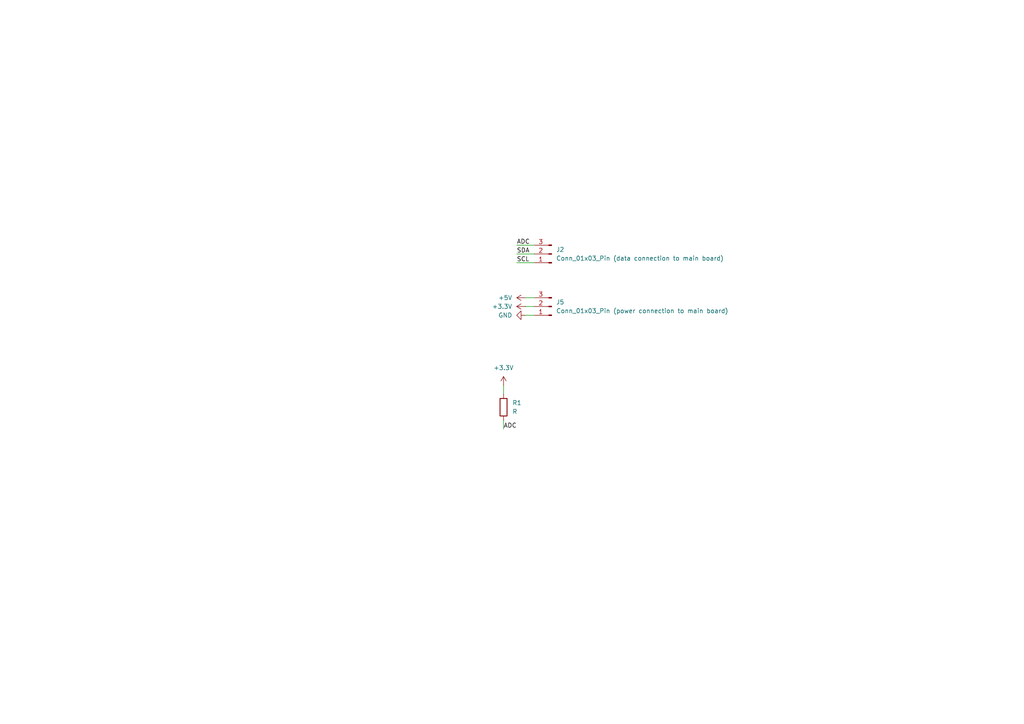
<source format=kicad_sch>
(kicad_sch (version 20250114) (generator "eeschema") (generator_version "9.0")
  (paper "A4")
  (lib_symbols
    (symbol "Connector:Conn_01x03_Pin" (pin_names (offset 1.016) (hide yes))
      (property "Reference" "J" (at 0 5.08 0))
      (property "Value" "Conn_01x03_Pin" (at 0 -5.08 0))
      (symbol "Conn_01x03_Pin_1_1"
        (rectangle (start 0.8636 2.667) (end 0 2.413) (stroke (width 0.1524)) (fill (type outline)))
        (rectangle (start 0.8636 0.127) (end 0 -0.127) (stroke (width 0.1524)) (fill (type outline)))
        (rectangle (start 0.8636 -2.413) (end 0 -2.667) (stroke (width 0.1524)) (fill (type outline)))
        (polyline (pts (xy 1.27 2.54) (xy 0.8636 2.54)) (stroke (width 0.1524)))
        (polyline (pts (xy 1.27 0) (xy 0.8636 0)) (stroke (width 0.1524)))
        (polyline (pts (xy 1.27 -2.54) (xy 0.8636 -2.54)) (stroke (width 0.1524)))
        (pin passive line (at 5.08 2.54 180) (length 3.81) (name "Pin_1") (number "1"))
        (pin passive line (at 5.08 0 180) (length 3.81) (name "Pin_2") (number "2"))
        (pin passive line (at 5.08 -2.54 180) (length 3.81) (name "Pin_3") (number "3"))
      )
    )
    (symbol "Device:R" (pin_numbers (hide yes)) (pin_names (offset 0))
      (property "Reference" "R" (at 2.032 0 90))
      (property "Value" "R" (at 0 0 90))
      (symbol "R_0_1"
        (rectangle (start -1.016 -2.54) (end 1.016 2.54) (stroke (width 0.254)))
      )
      (symbol "R_1_1"
        (pin passive line (at 0 3.81 270) (length 1.27) (name "~") (number "1"))
        (pin passive line (at 0 -3.81 90) (length 1.27) (name "~") (number "2"))
      )
    )
    (symbol "power:+3.3V" (power) (pin_numbers (hide yes)) (pin_names (offset 0) (hide yes))
      (property "Value" "+3.3V" (at 0 3.556 0))
      (symbol "+3.3V_0_1"
        (polyline (pts (xy -0.762 1.27) (xy 0 2.54)))
        (polyline (pts (xy 0 2.54) (xy 0.762 1.27)))
        (polyline (pts (xy 0 0) (xy 0 2.54)))
      )
      (symbol "+3.3V_1_1"
        (pin power_in line (at 0 0 90) (length 0) (name "~") (number "1"))
      )
    )
    (symbol "power:+5V" (power) (pin_numbers (hide yes)) (pin_names (offset 0) (hide yes))
      (property "Value" "+5V" (at 0 3.556 0))
      (symbol "+5V_0_1"
        (polyline (pts (xy -0.762 1.27) (xy 0 2.54)))
        (polyline (pts (xy 0 2.54) (xy 0.762 1.27)))
        (polyline (pts (xy 0 0) (xy 0 2.54)))
      )
      (symbol "+5V_1_1"
        (pin power_in line (at 0 0 90) (length 0) (name "~") (number "1"))
      )
    )
    (symbol "power:GND" (power) (pin_numbers (hide yes)) (pin_names (offset 0) (hide yes))
      (property "Value" "GND" (at 0 -3.81 0))
      (symbol "GND_0_1"
        (polyline (pts (xy 0 0) (xy 0 -1.27) (xy 1.27 -1.27) (xy 0 -2.54) (xy -1.27 -1.27) (xy 0 -1.27)))
      )
      (symbol "GND_1_1"
        (pin power_in line (at 0 0 270) (length 0) (name "~") (number "1"))
      )
    )
  )
  (wire (pts (xy 152.4 88.9) (xy 154.94 88.9)))
  (wire (pts (xy 146.05 111.76) (xy 146.05 114.3)))
  (wire (pts (xy 146.05 124.46) (xy 146.05 121.92)))
  (wire (pts (xy 152.4 91.44) (xy 154.94 91.44)))
  (wire (pts (xy 149.86 73.66) (xy 154.94 73.66)))
  (wire (pts (xy 152.4 86.36) (xy 154.94 86.36)))
  (wire (pts (xy 149.86 71.12) (xy 154.94 71.12)))
  (wire (pts (xy 149.86 76.2) (xy 154.94 76.2)))
  (label "ADC" (at 146.05 124.46 0))
  (label "ADC" (at 149.86 71.12 0))
  (label "SCL" (at 149.86 76.2 0))
  (label "SDA" (at 149.86 73.66 0))
  (symbol (lib_id "power:+3.3V") (at 152.4 88.9 90) (unit 1)
    (property "Reference" "#PWR012" (effects (hide yes)))
    (property "Value" "+3.3V" (at 148.59 88.8999 90) (effects (justify left)))
    (property "Description" "Power symbol creates a global label with name \"+3.3V\"" (effects (hide yes)))
  )
  (symbol (lib_id "power:+5V") (at 152.4 86.36 90) (unit 1)
    (property "Reference" "#PWR013" (effects (hide yes)))
    (property "Value" "+5V" (at 148.59 86.3599 90) (effects (justify left)))
    (property "Description" "Power symbol creates a global label with name \"+5V\"" (effects (hide yes)))
  )
  (symbol (lib_id "Connector:Conn_01x03_Pin") (at 160.02 73.66 180) (unit 1)
    (property "Reference" "J2" (at 161.29 72.3899 0) (effects (justify right)))
    (property "Value" "Conn_01x03_Pin (data connection to main board)" (at 161.29 74.9299 0) (effects (justify right)))
    (property "Description" "Generic connector, single row, 01x03, script generated" (effects (hide yes)))
  )
  (symbol (lib_id "Connector:Conn_01x03_Pin") (at 160.02 88.9 180) (unit 1)
    (property "Reference" "J5" (at 161.29 87.6299 0) (effects (justify right)))
    (property "Value" "Conn_01x03_Pin (power connection to main board)" (at 161.29 90.1699 0) (effects (justify right)))
    (property "Description" "Generic connector, single row, 01x03, script generated" (effects (hide yes)))
  )
  (symbol (lib_id "power:+3.3V") (at 146.05 111.76 0) (unit 1)
    (property "Reference" "#PWR02" (effects (hide yes)))
    (property "Value" "+3.3V" (at 146.05 106.68 0))
    (property "Description" "Power symbol creates a global label with name \"+3.3V\"" (effects (hide yes)))
  )
  (symbol (lib_id "power:GND") (at 152.4 91.44 270) (unit 1)
    (property "Reference" "#PWR011" (effects (hide yes)))
    (property "Value" "GND" (at 148.59 91.4399 90) (effects (justify right)))
    (property "Description" "Power symbol creates a global label with name \"GND\" , ground" (effects (hide yes)))
  )
  (symbol (lib_id "Device:R") (at 146.05 118.11 0) (unit 1)
    (property "Reference" "R1" (at 148.59 116.8399 0) (effects (justify left)))
    (property "Value" "R" (at 148.59 119.3799 0) (effects (justify left)))
    (property "Footprint" "OptoDevice:R_LDR_4.9x4.2mm_P2.54mm_Vertical" (effects (hide yes)))
    (property "Description" "Resistor" (effects (hide yes)))
  )
)
</source>
